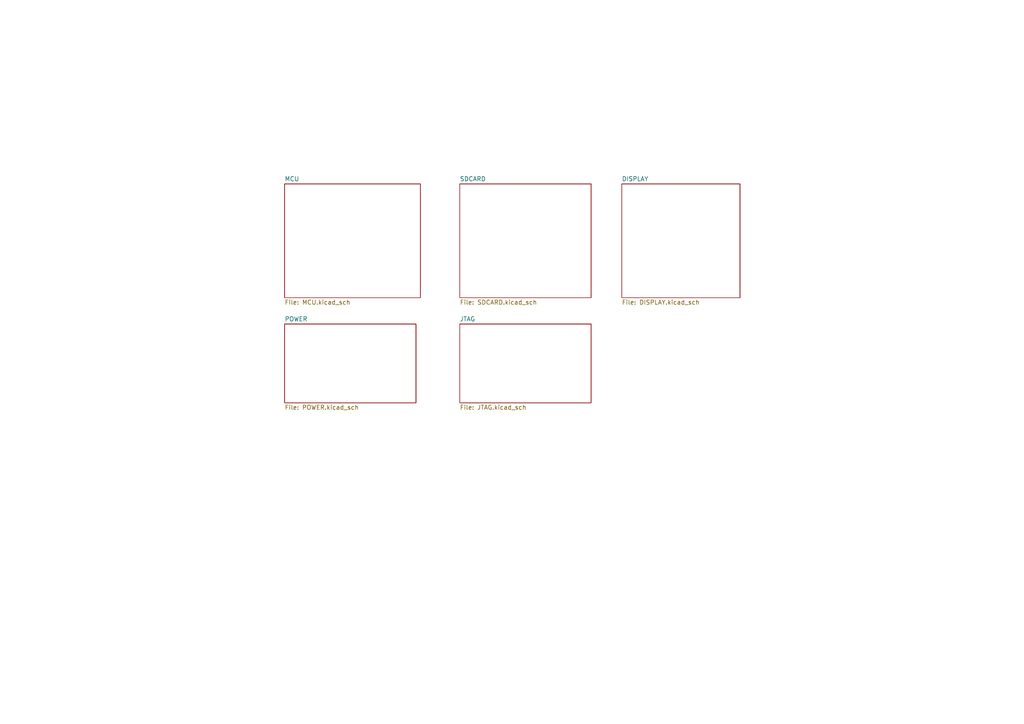
<source format=kicad_sch>
(kicad_sch
	(version 20250114)
	(generator "eeschema")
	(generator_version "9.0")
	(uuid "8e673f85-6c19-4236-92ba-1263b1e08ba7")
	(paper "A4")
	(lib_symbols)
	(sheet
		(at 133.35 53.34)
		(size 38.1 33.02)
		(exclude_from_sim no)
		(in_bom yes)
		(on_board yes)
		(dnp no)
		(fields_autoplaced yes)
		(stroke
			(width 0.1524)
			(type solid)
		)
		(fill
			(color 0 0 0 0.0000)
		)
		(uuid "035e1128-0b91-428a-ad07-58ca8c9c4e22")
		(property "Sheetname" "SDCARD"
			(at 133.35 52.6284 0)
			(effects
				(font
					(size 1.27 1.27)
				)
				(justify left bottom)
			)
		)
		(property "Sheetfile" "SDCARD.kicad_sch"
			(at 133.35 86.9446 0)
			(effects
				(font
					(size 1.27 1.27)
				)
				(justify left top)
			)
		)
		(instances
			(project "iW-CORE-BOARD"
				(path "/8e673f85-6c19-4236-92ba-1263b1e08ba7"
					(page "4")
				)
			)
		)
	)
	(sheet
		(at 133.35 93.98)
		(size 38.1 22.86)
		(exclude_from_sim no)
		(in_bom yes)
		(on_board yes)
		(dnp no)
		(fields_autoplaced yes)
		(stroke
			(width 0.1524)
			(type solid)
		)
		(fill
			(color 0 0 0 0.0000)
		)
		(uuid "588dae47-126f-4ff5-81a5-f645d070de87")
		(property "Sheetname" "JTAG"
			(at 133.35 93.2684 0)
			(effects
				(font
					(size 1.27 1.27)
				)
				(justify left bottom)
			)
		)
		(property "Sheetfile" "JTAG.kicad_sch"
			(at 133.35 117.4246 0)
			(effects
				(font
					(size 1.27 1.27)
				)
				(justify left top)
			)
		)
		(instances
			(project "iW-CORE-BOARD"
				(path "/8e673f85-6c19-4236-92ba-1263b1e08ba7"
					(page "6")
				)
			)
		)
	)
	(sheet
		(at 180.34 53.34)
		(size 34.29 33.02)
		(exclude_from_sim no)
		(in_bom yes)
		(on_board yes)
		(dnp no)
		(fields_autoplaced yes)
		(stroke
			(width 0.1524)
			(type solid)
		)
		(fill
			(color 0 0 0 0.0000)
		)
		(uuid "9c4b8bf7-4a6b-46a3-bf6b-9f1e34cc425a")
		(property "Sheetname" "DISPLAY"
			(at 180.34 52.6284 0)
			(effects
				(font
					(size 1.27 1.27)
				)
				(justify left bottom)
			)
		)
		(property "Sheetfile" "DISPLAY.kicad_sch"
			(at 180.34 86.9446 0)
			(effects
				(font
					(size 1.27 1.27)
				)
				(justify left top)
			)
		)
		(instances
			(project "iW-CORE-BOARD"
				(path "/8e673f85-6c19-4236-92ba-1263b1e08ba7"
					(page "5")
				)
			)
		)
	)
	(sheet
		(at 82.55 93.98)
		(size 38.1 22.86)
		(exclude_from_sim no)
		(in_bom yes)
		(on_board yes)
		(dnp no)
		(fields_autoplaced yes)
		(stroke
			(width 0.1524)
			(type solid)
		)
		(fill
			(color 0 0 0 0.0000)
		)
		(uuid "ced8c1e0-9357-4387-8a18-0f61c1461310")
		(property "Sheetname" "POWER"
			(at 82.55 93.2684 0)
			(effects
				(font
					(size 1.27 1.27)
				)
				(justify left bottom)
			)
		)
		(property "Sheetfile" "POWER.kicad_sch"
			(at 82.55 117.4246 0)
			(effects
				(font
					(size 1.27 1.27)
				)
				(justify left top)
			)
		)
		(instances
			(project "iW-CORE-BOARD"
				(path "/8e673f85-6c19-4236-92ba-1263b1e08ba7"
					(page "3")
				)
			)
		)
	)
	(sheet
		(at 82.55 53.34)
		(size 39.37 33.02)
		(exclude_from_sim no)
		(in_bom yes)
		(on_board yes)
		(dnp no)
		(fields_autoplaced yes)
		(stroke
			(width 0.1524)
			(type solid)
		)
		(fill
			(color 0 0 0 0.0000)
		)
		(uuid "e2a0c683-0e1c-4531-98e0-cb08103a4dc9")
		(property "Sheetname" "MCU"
			(at 82.55 52.6284 0)
			(effects
				(font
					(size 1.27 1.27)
				)
				(justify left bottom)
			)
		)
		(property "Sheetfile" "MCU.kicad_sch"
			(at 82.55 86.9446 0)
			(effects
				(font
					(size 1.27 1.27)
				)
				(justify left top)
			)
		)
		(instances
			(project "iW-CORE-BOARD"
				(path "/8e673f85-6c19-4236-92ba-1263b1e08ba7"
					(page "2")
				)
			)
		)
	)
	(sheet_instances
		(path "/"
			(page "1")
		)
	)
	(embedded_fonts no)
)

</source>
